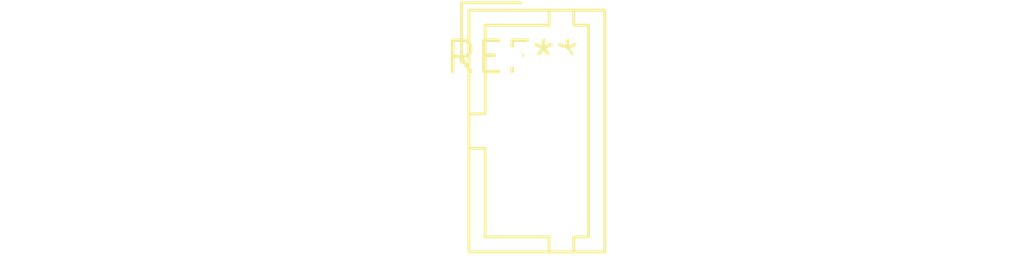
<source format=kicad_pcb>
(kicad_pcb (version 20240108) (generator pcbnew)
  (layers (0 "F.Cu" signal) (31 "B.Cu" signal) (34 "B.Paste" user) (35 "F.Paste" user) (36 "B.SilkS" user "B.Silkscreen") (37 "F.SilkS" user "F.Silkscreen") (38 "B.Mask" user) (39 "F.Mask" user) (44 "Edge.Cuts" user))
  (net 0 "")
  (footprint "JAE_LY20-8P-DT1_2x04_P2.00mm_Vertical" (layer "F.Cu") (at 0 0)
    (property "Reference" "REF**")
    (property "Value" "JAE_LY20-8P-DT1_2x04_P2.00mm_Vertical")
    (fp_line (start -2.06 -2.21) (end -2.06 0.2) (layer "F.SilkS") (stroke (width 0.12)))
    (fp_line (start -1.76 -1.91) (end -1.76 7.91) (layer "F.SilkS") (stroke (width 0.12)))
    (fp_line (start -1.76 7.91) (end 3.76 7.91) (layer "F.SilkS") (stroke (width 0.12)))
    (fp_line (start -1.1 -1.3) (end -1.1 2.3) (layer "F.SilkS") (stroke (width 0.12)))
    (fp_line (start -1.1 2.3) (end -1.76 2.3) (layer "F.SilkS") (stroke (width 0.12)))
    (fp_line (start -1.1 3.7) (end -1.76 3.7) (layer "F.SilkS") (stroke (width 0.12)))
    (fp_line (start -1.1 7.3) (end -1.1 3.7) (layer "F.SilkS") (stroke (width 0.12)))
    (fp_line (start 0.35 -2.21) (end -2.06 -2.21) (layer "F.SilkS") (stroke (width 0.12)))
    (fp_line (start 1.5 -1.91) (end 1.5 -1.3) (layer "F.SilkS") (stroke (width 0.12)))
    (fp_line (start 1.5 -1.3) (end -1.1 -1.3) (layer "F.SilkS") (stroke (width 0.12)))
    (fp_line (start 1.5 7.3) (end -1.1 7.3) (layer "F.SilkS") (stroke (width 0.12)))
    (fp_line (start 1.5 7.91) (end 1.5 7.3) (layer "F.SilkS") (stroke (width 0.12)))
    (fp_line (start 2.5 -1.91) (end 2.5 -1.3) (layer "F.SilkS") (stroke (width 0.12)))
    (fp_line (start 2.5 -1.3) (end 3.1 -1.3) (layer "F.SilkS") (stroke (width 0.12)))
    (fp_line (start 2.5 7.3) (end 3.1 7.3) (layer "F.SilkS") (stroke (width 0.12)))
    (fp_line (start 2.5 7.91) (end 2.5 7.3) (layer "F.SilkS") (stroke (width 0.12)))
    (fp_line (start 3.1 -1.3) (end 3.1 3) (layer "F.SilkS") (stroke (width 0.12)))
    (fp_line (start 3.1 7.3) (end 3.1 3) (layer "F.SilkS") (stroke (width 0.12)))
    (fp_line (start 3.76 -1.91) (end -1.76 -1.91) (layer "F.SilkS") (stroke (width 0.12)))
    (fp_line (start 3.76 7.91) (end 3.76 -1.91) (layer "F.SilkS") (stroke (width 0.12)))
    (pad "a1" thru_hole roundrect (at 0 0) (size 1.2 1.2) (drill 0.8) (layers *.Cu *.Mask) (remove_unused_layers) (roundrect_rratio 0.208333))
    (pad "a2" thru_hole circle (at 0 2) (size 1.2 1.2) (drill 0.8) (layers *.Cu *.Mask) (remove_unused_layers))
    (pad "a3" thru_hole circle (at 0 4) (size 1.2 1.2) (drill 0.8) (layers *.Cu *.Mask) (remove_unused_layers))
    (pad "a4" thru_hole circle (at 0 6) (size 1.2 1.2) (drill 0.8) (layers *.Cu *.Mask) (remove_unused_layers))
    (pad "b1" thru_hole circle (at 2 0) (size 1.2 1.2) (drill 0.8) (layers *.Cu *.Mask) (remove_unused_layers))
    (pad "b2" thru_hole circle (at 2 2) (size 1.2 1.2) (drill 0.8) (layers *.Cu *.Mask) (remove_unused_layers))
    (pad "b3" thru_hole circle (at 2 4) (size 1.2 1.2) (drill 0.8) (layers *.Cu *.Mask) (remove_unused_layers))
    (pad "b4" thru_hole circle (at 2 6) (size 1.2 1.2) (drill 0.8) (layers *.Cu *.Mask) (remove_unused_layers))
  )
)
</source>
